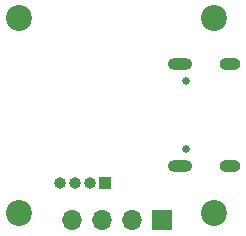
<source format=gbr>
%TF.GenerationSoftware,KiCad,Pcbnew,8.0.6*%
%TF.CreationDate,2024-11-25T04:34:58+09:00*%
%TF.ProjectId,pointify,706f696e-7469-4667-992e-6b696361645f,rev?*%
%TF.SameCoordinates,Original*%
%TF.FileFunction,Soldermask,Bot*%
%TF.FilePolarity,Negative*%
%FSLAX46Y46*%
G04 Gerber Fmt 4.6, Leading zero omitted, Abs format (unit mm)*
G04 Created by KiCad (PCBNEW 8.0.6) date 2024-11-25 04:34:58*
%MOMM*%
%LPD*%
G01*
G04 APERTURE LIST*
%ADD10R,1.700000X1.700000*%
%ADD11O,1.700000X1.700000*%
%ADD12C,2.200000*%
%ADD13C,0.650000*%
%ADD14O,2.100000X1.000000*%
%ADD15O,1.800000X1.000000*%
%ADD16R,1.000000X1.000000*%
%ADD17O,1.000000X1.000000*%
G04 APERTURE END LIST*
D10*
%TO.C,J2*%
X134000000Y-87100000D03*
D11*
X131460000Y-87100000D03*
X128920000Y-87100000D03*
X126380000Y-87100000D03*
%TD*%
D12*
%TO.C,REF\u002A\u002A*%
X138400000Y-86500000D03*
%TD*%
D13*
%TO.C,J3*%
X136085000Y-81090000D03*
X136085000Y-75310000D03*
D14*
X135585000Y-82520000D03*
D15*
X139765000Y-82520000D03*
D14*
X135585000Y-73880000D03*
D15*
X139765000Y-73880000D03*
%TD*%
D16*
%TO.C,J1*%
X129170000Y-83900000D03*
D17*
X127900000Y-83900000D03*
X126630000Y-83900000D03*
X125360000Y-83900000D03*
%TD*%
D12*
%TO.C,REF\u002A\u002A*%
X138400000Y-70000000D03*
%TD*%
%TO.C,REF\u002A\u002A*%
X121900000Y-86500000D03*
%TD*%
%TO.C,REF\u002A\u002A*%
X121900000Y-70000000D03*
%TD*%
M02*

</source>
